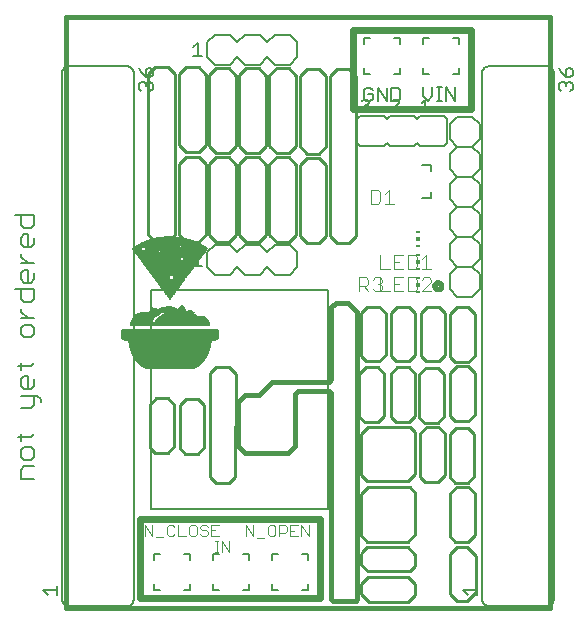
<source format=gto>
G75*
%MOIN*%
%OFA0B0*%
%FSLAX24Y24*%
%IPPOS*%
%LPD*%
%AMOC8*
5,1,8,0,0,1.08239X$1,22.5*
%
%ADD10C,0.0160*%
%ADD11C,0.0240*%
%ADD12C,0.0060*%
%ADD13C,0.0100*%
%ADD14C,0.0050*%
%ADD15R,0.0118X0.0059*%
%ADD16R,0.0118X0.0118*%
%ADD17C,0.0080*%
%ADD18C,0.0040*%
%ADD19R,0.1455X0.0013*%
%ADD20R,0.1573X0.0013*%
%ADD21R,0.1665X0.0013*%
%ADD22R,0.1731X0.0013*%
%ADD23R,0.1796X0.0013*%
%ADD24R,0.1849X0.0013*%
%ADD25R,0.1888X0.0013*%
%ADD26R,0.1927X0.0013*%
%ADD27R,0.1967X0.0013*%
%ADD28R,0.2006X0.0013*%
%ADD29R,0.2045X0.0013*%
%ADD30R,0.2071X0.0013*%
%ADD31R,0.2098X0.0013*%
%ADD32R,0.2137X0.0013*%
%ADD33R,0.2150X0.0013*%
%ADD34R,0.2176X0.0013*%
%ADD35R,0.2203X0.0013*%
%ADD36R,0.2229X0.0013*%
%ADD37R,0.2242X0.0013*%
%ADD38R,0.2268X0.0013*%
%ADD39R,0.2281X0.0013*%
%ADD40R,0.2307X0.0013*%
%ADD41R,0.2321X0.0013*%
%ADD42R,0.2334X0.0013*%
%ADD43R,0.2360X0.0013*%
%ADD44R,0.2373X0.0013*%
%ADD45R,0.2386X0.0013*%
%ADD46R,0.2399X0.0013*%
%ADD47R,0.2412X0.0013*%
%ADD48R,0.2439X0.0013*%
%ADD49R,0.2452X0.0013*%
%ADD50R,0.2465X0.0013*%
%ADD51R,0.2478X0.0013*%
%ADD52R,0.2491X0.0013*%
%ADD53R,0.2504X0.0013*%
%ADD54R,0.2517X0.0013*%
%ADD55R,0.2530X0.0013*%
%ADD56R,0.2543X0.0013*%
%ADD57R,0.2556X0.0013*%
%ADD58R,0.2570X0.0013*%
%ADD59R,0.2583X0.0013*%
%ADD60R,0.2596X0.0013*%
%ADD61R,0.2609X0.0013*%
%ADD62R,0.2622X0.0013*%
%ADD63R,0.2635X0.0013*%
%ADD64R,0.2648X0.0013*%
%ADD65R,0.2661X0.0013*%
%ADD66R,0.2674X0.0013*%
%ADD67R,0.2688X0.0013*%
%ADD68R,0.2701X0.0013*%
%ADD69R,0.2714X0.0013*%
%ADD70R,0.2727X0.0013*%
%ADD71R,0.2740X0.0013*%
%ADD72R,0.2753X0.0013*%
%ADD73R,0.2766X0.0013*%
%ADD74R,0.2779X0.0013*%
%ADD75R,0.2792X0.0013*%
%ADD76R,0.2806X0.0013*%
%ADD77R,0.3081X0.0013*%
%ADD78R,0.3146X0.0013*%
%ADD79R,0.3186X0.0013*%
%ADD80R,0.3225X0.0013*%
%ADD81R,0.3251X0.0013*%
%ADD82R,0.3264X0.0013*%
%ADD83R,0.3278X0.0013*%
%ADD84R,0.3238X0.0013*%
%ADD85R,0.3199X0.0013*%
%ADD86R,0.3160X0.0013*%
%ADD87R,0.3107X0.0013*%
%ADD88R,0.0774X0.0013*%
%ADD89R,0.0760X0.0013*%
%ADD90R,0.1822X0.0013*%
%ADD91R,0.0747X0.0013*%
%ADD92R,0.0734X0.0013*%
%ADD93R,0.1783X0.0013*%
%ADD94R,0.1770X0.0013*%
%ADD95R,0.1757X0.0013*%
%ADD96R,0.1704X0.0013*%
%ADD97R,0.1678X0.0013*%
%ADD98R,0.1639X0.0013*%
%ADD99R,0.1613X0.0013*%
%ADD100R,0.1586X0.0013*%
%ADD101R,0.1560X0.0013*%
%ADD102R,0.1508X0.0013*%
%ADD103R,0.1232X0.0013*%
%ADD104R,0.0184X0.0013*%
%ADD105R,0.1193X0.0013*%
%ADD106R,0.1180X0.0013*%
%ADD107R,0.1141X0.0013*%
%ADD108R,0.1101X0.0013*%
%ADD109R,0.1075X0.0013*%
%ADD110R,0.1036X0.0013*%
%ADD111R,0.1023X0.0013*%
%ADD112R,0.1009X0.0013*%
%ADD113R,0.0249X0.0013*%
%ADD114R,0.0446X0.0013*%
%ADD115R,0.1495X0.0013*%
%ADD116R,0.1481X0.0013*%
%ADD117R,0.1468X0.0013*%
%ADD118R,0.1442X0.0013*%
%ADD119R,0.1206X0.0013*%
%ADD120R,0.0197X0.0013*%
%ADD121R,0.0118X0.0013*%
%ADD122R,0.0052X0.0013*%
%ADD123R,0.1154X0.0013*%
%ADD124R,0.0210X0.0013*%
%ADD125R,0.0616X0.0013*%
%ADD126R,0.0144X0.0013*%
%ADD127R,0.0564X0.0013*%
%ADD128R,0.0026X0.0013*%
%ADD129R,0.0498X0.0013*%
%ADD130R,0.0170X0.0013*%
%ADD131R,0.0420X0.0013*%
%ADD132R,0.0341X0.0013*%
%ADD133R,0.0105X0.0013*%
%ADD134R,0.0066X0.0013*%
%ADD135R,0.0039X0.0013*%
%ADD136R,0.0013X0.0013*%
%ADD137R,0.0092X0.0013*%
%ADD138R,0.0223X0.0013*%
%ADD139R,0.0275X0.0013*%
%ADD140R,0.0302X0.0013*%
%ADD141R,0.0328X0.0013*%
%ADD142R,0.0354X0.0013*%
%ADD143R,0.0367X0.0013*%
%ADD144R,0.0380X0.0013*%
%ADD145R,0.0406X0.0013*%
%ADD146R,0.0433X0.0013*%
%ADD147R,0.0459X0.0013*%
%ADD148R,0.0485X0.0013*%
%ADD149R,0.0511X0.0013*%
%ADD150R,0.0538X0.0013*%
%ADD151R,0.0590X0.0013*%
%ADD152R,0.0642X0.0013*%
%ADD153R,0.0669X0.0013*%
%ADD154R,0.0695X0.0013*%
%ADD155R,0.0721X0.0013*%
%ADD156R,0.0800X0.0013*%
%ADD157R,0.0813X0.0013*%
%ADD158R,0.0826X0.0013*%
%ADD159R,0.0852X0.0013*%
%ADD160R,0.0878X0.0013*%
%ADD161R,0.0891X0.0013*%
%ADD162R,0.0905X0.0013*%
%ADD163R,0.0931X0.0013*%
%ADD164R,0.0957X0.0013*%
%ADD165R,0.0970X0.0013*%
%ADD166R,0.0983X0.0013*%
%ADD167R,0.0551X0.0013*%
%ADD168R,0.0524X0.0013*%
%ADD169R,0.0472X0.0013*%
%ADD170R,0.0629X0.0013*%
%ADD171R,0.1219X0.0013*%
%ADD172R,0.1245X0.0013*%
%ADD173R,0.1259X0.0013*%
%ADD174R,0.1272X0.0013*%
%ADD175R,0.1298X0.0013*%
%ADD176R,0.1324X0.0013*%
%ADD177R,0.1337X0.0013*%
%ADD178R,0.1350X0.0013*%
%ADD179R,0.1377X0.0013*%
%ADD180R,0.1403X0.0013*%
%ADD181R,0.1416X0.0013*%
%ADD182R,0.1429X0.0013*%
%ADD183R,0.1534X0.0013*%
%ADD184R,0.1547X0.0013*%
%ADD185R,0.1626X0.0013*%
%ADD186R,0.1652X0.0013*%
%ADD187R,0.1691X0.0013*%
%ADD188R,0.1744X0.0013*%
%ADD189R,0.1809X0.0013*%
%ADD190R,0.1862X0.0013*%
%ADD191R,0.1901X0.0013*%
%ADD192R,0.1940X0.0013*%
%ADD193R,0.1363X0.0013*%
%ADD194R,0.0577X0.0013*%
%ADD195R,0.0603X0.0013*%
%ADD196R,0.2111X0.0013*%
%ADD197R,0.2189X0.0013*%
%ADD198R,0.2216X0.0013*%
%ADD199R,0.2255X0.0013*%
%ADD200R,0.2294X0.0013*%
%ADD201R,0.1521X0.0013*%
%ADD202R,0.0839X0.0013*%
%ADD203R,0.2425X0.0013*%
%ADD204R,0.0315X0.0013*%
%ADD205R,0.2085X0.0013*%
%ADD206R,0.0787X0.0013*%
%ADD207R,0.2163X0.0013*%
%ADD208R,0.2124X0.0013*%
%ADD209R,0.2019X0.0013*%
%ADD210R,0.1953X0.0013*%
%ADD211R,0.1717X0.0013*%
%ADD212R,0.1599X0.0013*%
%ADD213R,0.1114X0.0013*%
D10*
X002057Y000180D02*
X018199Y000180D01*
X018199Y019865D01*
X002057Y019865D01*
X002057Y000180D01*
X004222Y000180D02*
X016033Y000180D01*
X011762Y000456D02*
X011722Y000416D01*
X010974Y000416D01*
X010915Y000475D01*
X010915Y007326D01*
X010836Y007404D01*
X009813Y007404D01*
X009714Y007306D01*
X009714Y005574D01*
X009478Y005337D01*
X008022Y005337D01*
X007805Y005554D01*
X007805Y007050D01*
X008041Y007286D01*
X008514Y007286D01*
X008947Y007719D01*
X010817Y007719D01*
X010915Y007818D01*
X010915Y010200D01*
X011053Y010337D01*
X011466Y010337D01*
X011762Y010042D01*
X011762Y000475D01*
X014344Y010908D02*
X014346Y010929D01*
X014352Y010950D01*
X014361Y010969D01*
X014374Y010985D01*
X014390Y011000D01*
X014408Y011011D01*
X014428Y011019D01*
X014448Y011023D01*
X014470Y011023D01*
X014490Y011019D01*
X014510Y011011D01*
X014528Y011000D01*
X014544Y010985D01*
X014557Y010969D01*
X014566Y010950D01*
X014572Y010929D01*
X014574Y010908D01*
X014572Y010887D01*
X014566Y010866D01*
X014557Y010847D01*
X014544Y010831D01*
X014528Y010816D01*
X014510Y010805D01*
X014490Y010797D01*
X014470Y010793D01*
X014448Y010793D01*
X014428Y010797D01*
X014408Y010805D01*
X014390Y010816D01*
X014374Y010831D01*
X014361Y010847D01*
X014352Y010866D01*
X014346Y010887D01*
X014344Y010908D01*
X016033Y019865D02*
X004222Y019865D01*
D11*
X011624Y019432D02*
X011624Y016794D01*
X015561Y016794D01*
X015561Y019432D01*
X011624Y019432D01*
X010522Y003133D02*
X004537Y003133D01*
X004537Y000495D01*
X010522Y000495D01*
X010522Y003133D01*
D12*
X010137Y001961D02*
X009937Y001961D01*
X010137Y001961D02*
X010137Y001761D01*
X010137Y000961D02*
X010137Y000761D01*
X009937Y000761D01*
X009137Y000761D02*
X008937Y000761D01*
X008937Y000961D01*
X008169Y000961D02*
X008169Y000761D01*
X007969Y000761D01*
X007169Y000761D02*
X006969Y000761D01*
X006969Y000961D01*
X006200Y000961D02*
X006200Y000761D01*
X006000Y000761D01*
X005200Y000761D02*
X005000Y000761D01*
X005000Y000961D01*
X004328Y000485D02*
X004328Y017985D01*
X004326Y018015D01*
X004321Y018045D01*
X004312Y018074D01*
X004299Y018101D01*
X004284Y018127D01*
X004265Y018151D01*
X004244Y018172D01*
X004220Y018191D01*
X004194Y018206D01*
X004167Y018219D01*
X004138Y018228D01*
X004108Y018233D01*
X004078Y018235D01*
X002178Y018235D01*
X002148Y018233D01*
X002118Y018228D01*
X002089Y018219D01*
X002062Y018206D01*
X002036Y018191D01*
X002012Y018172D01*
X001991Y018151D01*
X001972Y018127D01*
X001957Y018101D01*
X001944Y018074D01*
X001935Y018045D01*
X001930Y018015D01*
X001928Y017985D01*
X001928Y000485D01*
X001930Y000455D01*
X001935Y000425D01*
X001944Y000396D01*
X001957Y000369D01*
X001972Y000343D01*
X001991Y000319D01*
X002012Y000298D01*
X002036Y000279D01*
X002062Y000264D01*
X002089Y000251D01*
X002118Y000242D01*
X002148Y000237D01*
X002178Y000235D01*
X004078Y000235D01*
X004108Y000237D01*
X004138Y000242D01*
X004167Y000251D01*
X004194Y000264D01*
X004220Y000279D01*
X004244Y000298D01*
X004265Y000319D01*
X004284Y000343D01*
X004299Y000369D01*
X004312Y000396D01*
X004321Y000425D01*
X004326Y000455D01*
X004328Y000485D01*
X005000Y001761D02*
X005000Y001961D01*
X005200Y001961D01*
X006000Y001961D02*
X006200Y001961D01*
X006200Y001761D01*
X006969Y001761D02*
X006969Y001961D01*
X007169Y001961D01*
X007969Y001961D02*
X008169Y001961D01*
X008169Y001761D01*
X008937Y001761D02*
X008937Y001961D01*
X009137Y001961D01*
X015928Y000485D02*
X015928Y017985D01*
X015930Y018015D01*
X015935Y018045D01*
X015944Y018074D01*
X015957Y018101D01*
X015972Y018127D01*
X015991Y018151D01*
X016012Y018172D01*
X016036Y018191D01*
X016062Y018206D01*
X016089Y018219D01*
X016118Y018228D01*
X016148Y018233D01*
X016178Y018235D01*
X018078Y018235D01*
X018108Y018233D01*
X018138Y018228D01*
X018167Y018219D01*
X018194Y018206D01*
X018220Y018191D01*
X018244Y018172D01*
X018265Y018151D01*
X018284Y018127D01*
X018299Y018101D01*
X018312Y018074D01*
X018321Y018045D01*
X018326Y018015D01*
X018328Y017985D01*
X018328Y000485D01*
X018326Y000455D01*
X018321Y000425D01*
X018312Y000396D01*
X018299Y000369D01*
X018284Y000343D01*
X018265Y000319D01*
X018244Y000298D01*
X018220Y000279D01*
X018194Y000264D01*
X018167Y000251D01*
X018138Y000242D01*
X018108Y000237D01*
X018078Y000235D01*
X016178Y000235D01*
X016148Y000237D01*
X016118Y000242D01*
X016089Y000251D01*
X016062Y000264D01*
X016036Y000279D01*
X016012Y000298D01*
X015991Y000319D01*
X015972Y000343D01*
X015957Y000369D01*
X015944Y000396D01*
X015935Y000425D01*
X015930Y000455D01*
X015928Y000485D01*
X015614Y010546D02*
X015114Y010546D01*
X014864Y010796D01*
X014864Y011296D01*
X015114Y011546D01*
X014864Y011796D01*
X014864Y012296D01*
X015114Y012546D01*
X015614Y012546D01*
X015864Y012296D01*
X015864Y011796D01*
X015614Y011546D01*
X015864Y011296D01*
X015864Y010796D01*
X015614Y010546D01*
X015614Y011546D02*
X015114Y011546D01*
X015114Y012546D02*
X014864Y012796D01*
X014864Y013296D01*
X015114Y013546D01*
X014864Y013796D01*
X014864Y014296D01*
X015114Y014546D01*
X014864Y014796D01*
X014864Y015296D01*
X015114Y015546D01*
X014864Y015796D01*
X014864Y016296D01*
X015114Y016546D01*
X015614Y016546D01*
X015864Y016296D01*
X015864Y015796D01*
X015614Y015546D01*
X015864Y015296D01*
X015864Y014796D01*
X015614Y014546D01*
X015864Y014296D01*
X015864Y013796D01*
X015614Y013546D01*
X015864Y013296D01*
X015864Y012796D01*
X015614Y012546D01*
X015614Y013546D02*
X015114Y013546D01*
X014246Y013833D02*
X014246Y014053D01*
X014246Y013833D02*
X013926Y013833D01*
X014246Y014733D02*
X014246Y014953D01*
X013926Y014953D01*
X013858Y015586D02*
X014658Y015586D01*
X014758Y015686D01*
X014758Y016486D01*
X014658Y016586D01*
X013858Y016586D01*
X013758Y016486D01*
X013658Y016586D01*
X012858Y016586D01*
X012758Y016486D01*
X012658Y016586D01*
X011858Y016586D01*
X011758Y016486D01*
X011758Y015686D01*
X011858Y015586D01*
X012658Y015586D01*
X012758Y015686D01*
X012858Y015586D01*
X013658Y015586D01*
X013758Y015686D01*
X013858Y015586D01*
X015114Y015546D02*
X015614Y015546D01*
X015614Y014546D02*
X015114Y014546D01*
X015177Y017966D02*
X014977Y017966D01*
X015177Y017966D02*
X015177Y018166D01*
X015177Y018966D02*
X015177Y019166D01*
X014977Y019166D01*
X014177Y019166D02*
X013977Y019166D01*
X013977Y018966D01*
X013208Y018966D02*
X013208Y019166D01*
X013008Y019166D01*
X012208Y019166D02*
X012008Y019166D01*
X012008Y018966D01*
X012008Y018166D02*
X012008Y017966D01*
X012208Y017966D01*
X013008Y017966D02*
X013208Y017966D01*
X013208Y018166D01*
X013977Y018166D02*
X013977Y017966D01*
X014177Y017966D01*
X009777Y018532D02*
X009777Y019032D01*
X009527Y019282D01*
X009027Y019282D01*
X008777Y019032D01*
X008527Y019282D01*
X008027Y019282D01*
X007777Y019032D01*
X007527Y019282D01*
X007027Y019282D01*
X006777Y019032D01*
X006777Y018532D01*
X007027Y018282D01*
X007527Y018282D01*
X007777Y018532D01*
X008027Y018282D01*
X008527Y018282D01*
X008777Y018532D01*
X009027Y018282D01*
X009527Y018282D01*
X009777Y018532D01*
X009527Y012282D02*
X009027Y012282D01*
X008777Y012032D01*
X008527Y012282D01*
X008027Y012282D01*
X007777Y012032D01*
X007527Y012282D01*
X007027Y012282D01*
X006777Y012032D01*
X006777Y011532D01*
X007027Y011282D01*
X007527Y011282D01*
X007777Y011532D01*
X008027Y011282D01*
X008527Y011282D01*
X008777Y011532D01*
X009027Y011282D01*
X009527Y011282D01*
X009777Y011532D01*
X009777Y012032D01*
X009527Y012282D01*
X001217Y007146D02*
X001217Y007039D01*
X001217Y007146D02*
X001110Y007252D01*
X000576Y007252D01*
X000683Y007470D02*
X000576Y007577D01*
X000576Y007790D01*
X000683Y007897D01*
X000790Y007897D01*
X000790Y007470D01*
X000897Y007470D02*
X000683Y007470D01*
X000897Y007470D02*
X001003Y007577D01*
X001003Y007790D01*
X000897Y008221D02*
X001003Y008328D01*
X000897Y008221D02*
X000470Y008221D01*
X000576Y008114D02*
X000576Y008328D01*
X000683Y009189D02*
X000576Y009295D01*
X000576Y009509D01*
X000683Y009616D01*
X000897Y009616D01*
X001003Y009509D01*
X001003Y009295D01*
X000897Y009189D01*
X000683Y009189D01*
X000576Y009833D02*
X001003Y009833D01*
X000790Y009833D02*
X000576Y010047D01*
X000576Y010153D01*
X000683Y010370D02*
X000576Y010477D01*
X000576Y010797D01*
X000363Y010797D02*
X001003Y010797D01*
X001003Y010477D01*
X000897Y010370D01*
X000683Y010370D01*
X000683Y011015D02*
X000576Y011122D01*
X000576Y011335D01*
X000683Y011442D01*
X000790Y011442D01*
X000790Y011015D01*
X000897Y011015D02*
X000683Y011015D01*
X000897Y011015D02*
X001003Y011122D01*
X001003Y011335D01*
X001003Y011659D02*
X000576Y011659D01*
X000790Y011659D02*
X000576Y011873D01*
X000576Y011980D01*
X000683Y012197D02*
X000576Y012303D01*
X000576Y012517D01*
X000683Y012624D01*
X000790Y012624D01*
X000790Y012197D01*
X000897Y012197D02*
X000683Y012197D01*
X000897Y012197D02*
X001003Y012303D01*
X001003Y012517D01*
X000897Y012841D02*
X000683Y012841D01*
X000576Y012948D01*
X000576Y013268D01*
X000363Y013268D02*
X001003Y013268D01*
X001003Y012948D01*
X000897Y012841D01*
X001003Y007252D02*
X001003Y006932D01*
X000897Y006825D01*
X000576Y006825D01*
X000576Y005965D02*
X000576Y005751D01*
X000470Y005858D02*
X000897Y005858D01*
X001003Y005965D01*
X000897Y005534D02*
X000683Y005534D01*
X000576Y005427D01*
X000576Y005213D01*
X000683Y005107D01*
X000897Y005107D01*
X001003Y005213D01*
X001003Y005427D01*
X000897Y005534D01*
X001003Y004889D02*
X000683Y004889D01*
X000576Y004782D01*
X000576Y004462D01*
X001003Y004462D01*
D13*
X004852Y005515D02*
X005029Y005337D01*
X005462Y005337D01*
X005679Y005554D01*
X005679Y006952D01*
X005462Y007168D01*
X005069Y007168D01*
X004852Y006952D01*
X004852Y005534D01*
X005856Y005515D02*
X005856Y006932D01*
X006073Y007149D01*
X006466Y007149D01*
X006683Y006932D01*
X006683Y005534D01*
X006466Y005318D01*
X006033Y005318D01*
X005856Y005495D01*
X006860Y004550D02*
X006860Y008015D01*
X007057Y008211D01*
X007490Y008211D01*
X007726Y007975D01*
X007707Y004550D01*
X007490Y004334D01*
X007077Y004334D01*
X006860Y004550D01*
X011899Y004609D02*
X012116Y004393D01*
X013474Y004393D01*
X013710Y004629D01*
X013710Y006026D01*
X013533Y006204D01*
X012136Y006204D01*
X011899Y005967D01*
X011899Y004629D01*
X012136Y004196D02*
X013533Y004196D01*
X013710Y004019D01*
X013710Y002621D01*
X013474Y002385D01*
X012116Y002385D01*
X011899Y002601D01*
X011899Y002621D02*
X011899Y003960D01*
X012136Y004196D01*
X013868Y004550D02*
X014045Y004373D01*
X014478Y004373D01*
X014695Y004589D01*
X014695Y005987D01*
X014478Y006204D01*
X014085Y006204D01*
X013868Y005987D01*
X013868Y004570D01*
X014852Y004550D02*
X014852Y005967D01*
X015069Y006184D01*
X015462Y006184D01*
X015679Y005967D01*
X015679Y004570D01*
X015462Y004353D01*
X015029Y004353D01*
X014852Y004530D01*
X015088Y004215D02*
X015482Y004215D01*
X015699Y003999D01*
X015699Y002601D01*
X015482Y002385D01*
X015049Y002385D01*
X014872Y002562D01*
X014872Y002582D02*
X014872Y003999D01*
X015088Y004215D01*
X015088Y002208D02*
X014852Y001971D01*
X014852Y000633D01*
X015088Y000397D01*
X015423Y000397D01*
X015718Y000692D01*
X015718Y001912D01*
X015423Y002208D01*
X015088Y002208D01*
X013710Y001952D02*
X013710Y001578D01*
X013533Y001400D01*
X012136Y001400D01*
X011899Y001617D01*
X011899Y001971D01*
X011919Y002030D02*
X012096Y002208D01*
X013455Y002208D01*
X013710Y001952D01*
X013474Y001204D02*
X013710Y000967D01*
X013710Y000613D01*
X013474Y000377D01*
X012155Y000377D01*
X011899Y000633D01*
X011899Y000948D01*
X011899Y000967D02*
X012136Y001204D01*
X013474Y001204D01*
X013494Y006361D02*
X013061Y006361D01*
X012884Y006538D01*
X012884Y006558D02*
X012884Y007975D01*
X013100Y008192D01*
X013494Y008192D01*
X013710Y007975D01*
X013710Y006578D01*
X013494Y006361D01*
X013848Y006519D02*
X014025Y006341D01*
X014459Y006341D01*
X014675Y006558D01*
X014675Y007956D01*
X014459Y008172D01*
X014065Y008172D01*
X013848Y007956D01*
X013848Y006538D01*
X014872Y006578D02*
X015049Y006400D01*
X015482Y006400D01*
X015699Y006617D01*
X015699Y008015D01*
X015482Y008231D01*
X015088Y008231D01*
X014872Y008015D01*
X014872Y006597D01*
X015049Y008369D02*
X014872Y008546D01*
X014872Y008566D02*
X014872Y009983D01*
X015088Y010200D01*
X015482Y010200D01*
X015699Y009983D01*
X015699Y008586D01*
X015482Y008369D01*
X015049Y008369D01*
X014714Y008605D02*
X014498Y008389D01*
X014065Y008389D01*
X013888Y008566D01*
X013888Y008586D02*
X013888Y010003D01*
X014104Y010219D01*
X014498Y010219D01*
X014714Y010003D01*
X014714Y008605D01*
X013710Y008605D02*
X013494Y008389D01*
X013061Y008389D01*
X012884Y008566D01*
X012884Y008586D02*
X012884Y010003D01*
X013100Y010219D01*
X013494Y010219D01*
X013710Y010003D01*
X013710Y008605D01*
X012726Y008605D02*
X012510Y008389D01*
X012077Y008389D01*
X011899Y008566D01*
X011899Y008586D02*
X011899Y010003D01*
X012116Y010219D01*
X012510Y010219D01*
X012726Y010003D01*
X012726Y008605D01*
X012451Y008192D02*
X012667Y007975D01*
X012667Y006578D01*
X012451Y006361D01*
X012018Y006361D01*
X011840Y006538D01*
X011840Y006558D02*
X011840Y007975D01*
X012057Y008192D01*
X012451Y008192D01*
X011506Y012326D02*
X011092Y012326D01*
X010856Y012562D01*
X010856Y017897D01*
X011092Y018133D01*
X011506Y018133D01*
X011742Y017877D01*
X011742Y012562D01*
X011506Y012326D01*
X011486Y012326D02*
X011270Y012326D01*
X010738Y012582D02*
X010502Y012345D01*
X010088Y012345D01*
X009852Y012582D01*
X009852Y014944D01*
X010088Y015180D01*
X010502Y015180D01*
X010738Y014924D01*
X010738Y012582D01*
X010482Y012345D02*
X010266Y012345D01*
X009734Y012601D02*
X009498Y012365D01*
X009085Y012365D01*
X008848Y012601D01*
X008848Y014963D01*
X009085Y015200D01*
X009498Y015200D01*
X009734Y014944D01*
X009734Y012601D01*
X009478Y012365D02*
X009262Y012365D01*
X008730Y012601D02*
X008494Y012365D01*
X008081Y012365D01*
X007844Y012601D01*
X007844Y014963D01*
X008081Y015200D01*
X008494Y015200D01*
X008730Y014944D01*
X008730Y012601D01*
X008474Y012365D02*
X008258Y012365D01*
X007726Y012601D02*
X007490Y012365D01*
X007077Y012365D01*
X006840Y012601D01*
X006840Y014963D01*
X007077Y015200D01*
X007490Y015200D01*
X007726Y014944D01*
X007726Y012601D01*
X007470Y012365D02*
X007254Y012365D01*
X006722Y012621D02*
X006486Y012385D01*
X006073Y012385D01*
X005836Y012621D01*
X005836Y014983D01*
X006073Y015219D01*
X006486Y015219D01*
X006722Y014963D01*
X006722Y012621D01*
X006466Y012385D02*
X006250Y012385D01*
X005699Y012621D02*
X005462Y012385D01*
X005049Y012385D01*
X004813Y012621D01*
X004813Y017975D01*
X005049Y018211D01*
X005462Y018211D01*
X005699Y017956D01*
X005699Y012621D01*
X005443Y012385D02*
X005226Y012385D01*
X006388Y015219D02*
X006466Y015219D01*
X006466Y015357D02*
X006250Y015357D01*
X006073Y015357D02*
X006486Y015357D01*
X006722Y015593D01*
X006722Y017936D01*
X006486Y018192D01*
X006073Y018192D01*
X005836Y017956D01*
X005836Y015593D01*
X006073Y015357D01*
X006840Y015574D02*
X007077Y015337D01*
X007490Y015337D01*
X007726Y015574D01*
X007726Y017916D01*
X007490Y018172D01*
X007077Y018172D01*
X006840Y017936D01*
X006840Y015574D01*
X007254Y015337D02*
X007470Y015337D01*
X007470Y015200D02*
X007392Y015200D01*
X007844Y015574D02*
X008081Y015337D01*
X008494Y015337D01*
X008730Y015574D01*
X008730Y017916D01*
X008494Y018172D01*
X008081Y018172D01*
X007844Y017936D01*
X007844Y015574D01*
X008258Y015337D02*
X008474Y015337D01*
X008474Y015200D02*
X008396Y015200D01*
X008848Y015574D02*
X009085Y015337D01*
X009498Y015337D01*
X009734Y015574D01*
X009734Y017916D01*
X009498Y018172D01*
X009085Y018172D01*
X008848Y017936D01*
X008848Y015574D01*
X009262Y015337D02*
X009478Y015337D01*
X009478Y015200D02*
X009399Y015200D01*
X009852Y015554D02*
X010088Y015318D01*
X010502Y015318D01*
X010738Y015554D01*
X010738Y017897D01*
X010502Y018152D01*
X010088Y018152D01*
X009852Y017916D01*
X009852Y015554D01*
X010266Y015318D02*
X010482Y015318D01*
X010482Y015180D02*
X010403Y015180D01*
X010403Y018152D02*
X010482Y018152D01*
X011407Y018133D02*
X011486Y018133D01*
X009478Y018172D02*
X009399Y018172D01*
X008474Y018172D02*
X008396Y018172D01*
X007470Y018172D02*
X007392Y018172D01*
X006466Y018192D02*
X006388Y018192D01*
X005443Y018211D02*
X005364Y018211D01*
D14*
X001753Y000760D02*
X001302Y000760D01*
X001453Y000610D01*
X001753Y000610D02*
X001753Y000910D01*
X006302Y011557D02*
X006603Y011557D01*
X006453Y011557D02*
X006453Y012008D01*
X006302Y011858D01*
X004878Y017410D02*
X004953Y017485D01*
X004953Y017635D01*
X004878Y017710D01*
X004803Y017710D01*
X004728Y017635D01*
X004728Y017560D01*
X004728Y017635D02*
X004653Y017710D01*
X004578Y017710D01*
X004502Y017635D01*
X004502Y017485D01*
X004578Y017410D01*
X004728Y017871D02*
X004728Y018096D01*
X004803Y018171D01*
X004878Y018171D01*
X004953Y018096D01*
X004953Y017946D01*
X004878Y017871D01*
X004728Y017871D01*
X004578Y018021D01*
X004502Y018171D01*
X006302Y018557D02*
X006603Y018557D01*
X006453Y018557D02*
X006453Y019008D01*
X006302Y018858D01*
X011924Y017054D02*
X011980Y017111D01*
X012094Y017111D01*
X012150Y017054D01*
X012150Y016997D01*
X012094Y016941D01*
X012150Y016884D01*
X012150Y016827D01*
X012094Y016771D01*
X011980Y016771D01*
X011924Y016827D01*
X012037Y016941D02*
X012094Y016941D01*
X012065Y017065D02*
X012215Y017065D01*
X012290Y017140D01*
X012290Y017290D01*
X012140Y017290D01*
X011990Y017140D02*
X012065Y017065D01*
X011990Y017140D02*
X011990Y017441D01*
X012065Y017516D01*
X012215Y017516D01*
X012290Y017441D01*
X012450Y017516D02*
X012750Y017065D01*
X012750Y017516D01*
X012911Y017516D02*
X013136Y017516D01*
X013211Y017441D01*
X013211Y017140D01*
X013136Y017065D01*
X012911Y017065D01*
X012911Y017516D01*
X012980Y017111D02*
X012924Y017054D01*
X012980Y017111D02*
X013094Y017111D01*
X013150Y017054D01*
X013150Y016997D01*
X012924Y016771D01*
X013150Y016771D01*
X012450Y017065D02*
X012450Y017516D01*
X013974Y017535D02*
X013974Y017235D01*
X014124Y017085D01*
X014274Y017235D01*
X014274Y017535D01*
X014434Y017535D02*
X014584Y017535D01*
X014509Y017535D02*
X014509Y017085D01*
X014434Y017085D02*
X014584Y017085D01*
X014741Y017085D02*
X014741Y017535D01*
X015042Y017085D01*
X015042Y017535D01*
X014150Y016771D02*
X013924Y016771D01*
X014037Y016771D02*
X014037Y017111D01*
X013924Y016997D01*
X018502Y017485D02*
X018502Y017635D01*
X018578Y017710D01*
X018653Y017710D01*
X018728Y017635D01*
X018803Y017710D01*
X018878Y017710D01*
X018953Y017635D01*
X018953Y017485D01*
X018878Y017410D01*
X018728Y017560D02*
X018728Y017635D01*
X018728Y017871D02*
X018728Y018096D01*
X018803Y018171D01*
X018878Y018171D01*
X018953Y018096D01*
X018953Y017946D01*
X018878Y017871D01*
X018728Y017871D01*
X018578Y018021D01*
X018502Y018171D01*
X018502Y017485D02*
X018578Y017410D01*
X015753Y000910D02*
X015753Y000610D01*
X015753Y000760D02*
X015302Y000760D01*
X015453Y000610D01*
D15*
X013809Y010711D03*
X013809Y011184D03*
X013809Y011479D03*
X013809Y011952D03*
X013809Y012227D03*
X013809Y012700D03*
D16*
X013809Y012463D03*
X013809Y011715D03*
X013809Y010948D03*
D17*
X010789Y010767D02*
X010789Y003483D01*
X004884Y003483D01*
X004884Y010767D01*
X010789Y010767D01*
D18*
X011839Y010735D02*
X011839Y011196D01*
X012069Y011196D01*
X012146Y011119D01*
X012146Y010966D01*
X012069Y010889D01*
X011839Y010889D01*
X011993Y010889D02*
X012146Y010735D01*
X012300Y010812D02*
X012376Y010735D01*
X012530Y010735D01*
X012607Y010812D01*
X012607Y010889D01*
X012530Y010966D01*
X012453Y010966D01*
X012530Y010966D02*
X012607Y011042D01*
X012607Y011119D01*
X012530Y011196D01*
X012376Y011196D01*
X012300Y011119D01*
X012546Y011196D02*
X012546Y010735D01*
X012853Y010735D01*
X013007Y010735D02*
X013314Y010735D01*
X013467Y010735D02*
X013697Y010735D01*
X013774Y010812D01*
X013774Y011119D01*
X013697Y011196D01*
X013467Y011196D01*
X013467Y010735D01*
X013160Y010966D02*
X013007Y010966D01*
X013007Y011196D02*
X013007Y010735D01*
X013007Y011196D02*
X013314Y011196D01*
X013314Y011483D02*
X013007Y011483D01*
X013007Y011944D01*
X013314Y011944D01*
X013467Y011944D02*
X013697Y011944D01*
X013774Y011867D01*
X013774Y011560D01*
X013697Y011483D01*
X013467Y011483D01*
X013467Y011944D01*
X013160Y011714D02*
X013007Y011714D01*
X012853Y011483D02*
X012546Y011483D01*
X012546Y011944D01*
X013928Y011790D02*
X014081Y011944D01*
X014081Y011483D01*
X013928Y011483D02*
X014235Y011483D01*
X014158Y011196D02*
X014004Y011196D01*
X013928Y011119D01*
X014158Y011196D02*
X014235Y011119D01*
X014235Y011042D01*
X013928Y010735D01*
X014235Y010735D01*
X013000Y013647D02*
X012693Y013647D01*
X012846Y013647D02*
X012846Y014107D01*
X012693Y013954D01*
X012539Y014031D02*
X012463Y014107D01*
X012232Y014107D01*
X012232Y013647D01*
X012463Y013647D01*
X012539Y013724D01*
X012539Y014031D01*
X010153Y002924D02*
X010153Y002564D01*
X009913Y002924D01*
X009913Y002564D01*
X009785Y002564D02*
X009545Y002564D01*
X009545Y002924D01*
X009785Y002924D01*
X009665Y002744D02*
X009545Y002744D01*
X009417Y002744D02*
X009417Y002864D01*
X009357Y002924D01*
X009176Y002924D01*
X009176Y002564D01*
X009176Y002684D02*
X009357Y002684D01*
X009417Y002744D01*
X009048Y002624D02*
X009048Y002864D01*
X008988Y002924D01*
X008868Y002924D01*
X008808Y002864D01*
X008808Y002624D01*
X008868Y002564D01*
X008988Y002564D01*
X009048Y002624D01*
X008680Y002504D02*
X008440Y002504D01*
X008312Y002564D02*
X008312Y002924D01*
X008071Y002924D02*
X008071Y002564D01*
X008312Y002564D02*
X008071Y002924D01*
X007514Y002393D02*
X007514Y002033D01*
X007274Y002393D01*
X007274Y002033D01*
X007148Y002033D02*
X007028Y002033D01*
X007088Y002033D02*
X007088Y002393D01*
X007028Y002393D02*
X007148Y002393D01*
X007155Y002584D02*
X006915Y002584D01*
X006915Y002944D01*
X007155Y002944D01*
X007035Y002764D02*
X006915Y002764D01*
X006787Y002704D02*
X006787Y002644D01*
X006727Y002584D01*
X006607Y002584D01*
X006547Y002644D01*
X006419Y002644D02*
X006419Y002884D01*
X006359Y002944D01*
X006239Y002944D01*
X006179Y002884D01*
X006179Y002644D01*
X006239Y002584D01*
X006359Y002584D01*
X006419Y002644D01*
X006547Y002824D02*
X006607Y002764D01*
X006727Y002764D01*
X006787Y002704D01*
X006787Y002884D02*
X006727Y002944D01*
X006607Y002944D01*
X006547Y002884D01*
X006547Y002824D01*
X006050Y002584D02*
X005810Y002584D01*
X005810Y002944D01*
X005682Y002884D02*
X005622Y002944D01*
X005502Y002944D01*
X005442Y002884D01*
X005442Y002644D01*
X005502Y002584D01*
X005622Y002584D01*
X005682Y002644D01*
X005314Y002524D02*
X005074Y002524D01*
X004946Y002584D02*
X004946Y002944D01*
X004705Y002944D02*
X004946Y002584D01*
X004705Y002584D02*
X004705Y002944D01*
D19*
X005526Y008126D03*
X005526Y011404D03*
X005526Y012413D03*
D20*
X005533Y011482D03*
X005520Y008139D03*
D21*
X005526Y008152D03*
X005526Y011548D03*
X005526Y012374D03*
D22*
X005533Y011587D03*
X005926Y009765D03*
X005520Y008166D03*
D23*
X005526Y008179D03*
X005933Y009713D03*
X005526Y012348D03*
D24*
X005526Y012335D03*
X005526Y011666D03*
X005920Y009673D03*
X005526Y008192D03*
D25*
X005520Y008205D03*
X005533Y011692D03*
D26*
X005526Y011718D03*
X005526Y008218D03*
D27*
X005520Y008231D03*
D28*
X005526Y008244D03*
D29*
X005520Y008257D03*
D30*
X005520Y008270D03*
X005717Y012072D03*
X005730Y012085D03*
X005743Y012099D03*
X005743Y012112D03*
X005533Y012282D03*
D31*
X005730Y012164D03*
X005743Y012151D03*
X005756Y012138D03*
X005533Y011836D03*
X005520Y008284D03*
D32*
X005526Y008297D03*
X005526Y011863D03*
D33*
X005533Y011876D03*
X005520Y008310D03*
D34*
X005520Y008323D03*
X005533Y011889D03*
D35*
X005520Y008336D03*
D36*
X005520Y008349D03*
X005533Y011928D03*
D37*
X005526Y008362D03*
D38*
X005526Y008375D03*
X005526Y011954D03*
X005526Y012230D03*
D39*
X005520Y008388D03*
D40*
X005520Y008401D03*
X005533Y011981D03*
D41*
X005526Y008415D03*
D42*
X005520Y008428D03*
X005533Y011994D03*
D43*
X005520Y008441D03*
D44*
X005526Y008454D03*
D45*
X005520Y008467D03*
D46*
X005526Y008480D03*
D47*
X005520Y008493D03*
D48*
X005520Y008506D03*
D49*
X005526Y008519D03*
D50*
X005520Y008533D03*
D51*
X005526Y008546D03*
D52*
X005520Y008559D03*
D53*
X005526Y008572D03*
D54*
X005520Y008585D03*
X005520Y008598D03*
D55*
X005526Y008611D03*
D56*
X005520Y008624D03*
D57*
X005526Y008637D03*
D58*
X005520Y008651D03*
X005520Y008664D03*
D59*
X005526Y008677D03*
D60*
X005520Y008690D03*
D61*
X005526Y008703D03*
X005526Y008716D03*
D62*
X005520Y008729D03*
D63*
X005526Y008742D03*
X005526Y008755D03*
D64*
X005520Y008769D03*
X005520Y008782D03*
X005533Y009660D03*
D65*
X005526Y009647D03*
X005526Y009634D03*
X005526Y008795D03*
D66*
X005520Y008808D03*
X005520Y008821D03*
X005533Y009608D03*
X005533Y009621D03*
D67*
X005526Y009595D03*
X005526Y009581D03*
X005526Y009568D03*
X005526Y009555D03*
X005526Y008834D03*
D68*
X005520Y008847D03*
X005520Y008860D03*
D69*
X005526Y008873D03*
X005526Y008887D03*
D70*
X005520Y008900D03*
X005520Y008913D03*
D71*
X005526Y008926D03*
X005526Y008939D03*
D72*
X005520Y008952D03*
X005520Y008965D03*
X005520Y008978D03*
D73*
X005526Y008991D03*
X005526Y009005D03*
D74*
X005520Y009018D03*
X005520Y009031D03*
D75*
X005526Y009044D03*
X005526Y009057D03*
D76*
X005520Y009070D03*
D77*
X005526Y009083D03*
D78*
X005533Y009096D03*
D79*
X005526Y009109D03*
D80*
X005533Y009123D03*
X005533Y009136D03*
X005533Y009411D03*
D81*
X005533Y009385D03*
X005533Y009149D03*
D82*
X005526Y009162D03*
X005526Y009372D03*
D83*
X005533Y009359D03*
X005533Y009345D03*
X005533Y009332D03*
X005533Y009319D03*
X005533Y009306D03*
X005533Y009293D03*
X005533Y009280D03*
X005533Y009267D03*
X005533Y009254D03*
X005533Y009241D03*
X005533Y009227D03*
X005533Y009214D03*
X005533Y009201D03*
X005533Y009188D03*
X005533Y009175D03*
D84*
X005526Y009398D03*
D85*
X005533Y009424D03*
D86*
X005526Y009437D03*
D87*
X005526Y009450D03*
D88*
X004832Y009962D03*
X004805Y009949D03*
X004792Y009935D03*
X004766Y009922D03*
X004753Y009909D03*
X004740Y009896D03*
X004714Y009883D03*
X004596Y009673D03*
X005526Y010945D03*
D89*
X004864Y009975D03*
X004694Y009870D03*
X004589Y009686D03*
D90*
X005933Y009686D03*
X005933Y009699D03*
X005526Y011653D03*
D91*
X005526Y010932D03*
X004687Y009857D03*
X004674Y009844D03*
X004661Y009831D03*
X004648Y009817D03*
X004648Y009804D03*
X004635Y009791D03*
X004622Y009765D03*
X004609Y009752D03*
X004609Y009739D03*
X004596Y009713D03*
X004596Y009699D03*
D92*
X004602Y009726D03*
X004628Y009778D03*
X005533Y010919D03*
D93*
X005533Y011627D03*
X005926Y009726D03*
D94*
X005933Y009739D03*
X005526Y011614D03*
D95*
X005926Y009752D03*
D96*
X005926Y009778D03*
X005533Y011574D03*
D97*
X005939Y009791D03*
D98*
X005946Y009804D03*
D99*
X005933Y009817D03*
X005526Y011509D03*
D100*
X005526Y011496D03*
X005933Y009831D03*
D101*
X005933Y009844D03*
X005094Y012177D03*
D102*
X005107Y012203D03*
X005946Y012007D03*
X005959Y012020D03*
X005526Y011443D03*
X005933Y009857D03*
D103*
X005808Y009870D03*
D104*
X006556Y009870D03*
D105*
X005815Y009883D03*
D106*
X005821Y009896D03*
X005454Y010066D03*
X005454Y010080D03*
X005454Y010093D03*
D107*
X005461Y010119D03*
X005828Y009909D03*
D108*
X005835Y009922D03*
D109*
X005848Y009935D03*
D110*
X005854Y009949D03*
X005828Y009988D03*
X005526Y012479D03*
D111*
X005848Y009962D03*
D112*
X005841Y009975D03*
X005526Y011102D03*
D113*
X005526Y010591D03*
X004661Y009988D03*
D114*
X005048Y009988D03*
X005874Y011181D03*
X005874Y011194D03*
D115*
X005533Y011430D03*
X005127Y012217D03*
X005585Y010001D03*
D116*
X005579Y010014D03*
X005526Y011417D03*
D117*
X005572Y010027D03*
D118*
X005572Y010040D03*
D119*
X005454Y010053D03*
D120*
X005920Y010145D03*
X006182Y010053D03*
X005526Y010552D03*
D121*
X005526Y010499D03*
X005933Y010184D03*
X006195Y010066D03*
D122*
X006202Y010080D03*
D123*
X005454Y010106D03*
D124*
X005507Y010198D03*
X005913Y010132D03*
X004995Y010132D03*
D125*
X005474Y010132D03*
X005526Y010840D03*
D126*
X005526Y010525D03*
X005526Y010512D03*
X005933Y010171D03*
X004976Y010145D03*
D127*
X005474Y010145D03*
X005526Y010801D03*
X005238Y011194D03*
X006274Y011797D03*
D128*
X004956Y010158D03*
D129*
X005481Y010158D03*
D130*
X005526Y010538D03*
X005920Y010158D03*
D131*
X005494Y010171D03*
X005848Y011128D03*
X005848Y011142D03*
X005861Y011155D03*
D132*
X005494Y010184D03*
X004432Y012138D03*
X004458Y012164D03*
D133*
X005939Y010198D03*
D134*
X005946Y010211D03*
X005526Y010460D03*
X005526Y010473D03*
D135*
X005526Y010447D03*
X005946Y010224D03*
D136*
X005526Y010434D03*
D137*
X005526Y010486D03*
D138*
X005526Y010565D03*
X005526Y010578D03*
D139*
X005526Y010604D03*
D140*
X005526Y010617D03*
X005526Y010630D03*
D141*
X005526Y010643D03*
X004438Y012112D03*
X004438Y012125D03*
D142*
X004438Y012151D03*
X005526Y010656D03*
D143*
X005533Y010670D03*
D144*
X005526Y010683D03*
D145*
X005526Y010696D03*
D146*
X005526Y010709D03*
X005526Y010722D03*
X005828Y011115D03*
X005867Y011168D03*
X005526Y012531D03*
D147*
X005526Y010735D03*
D148*
X005526Y010748D03*
X005880Y011220D03*
D149*
X005526Y010774D03*
X005526Y010761D03*
D150*
X005526Y010788D03*
X005264Y011142D03*
X005251Y011155D03*
X006248Y011758D03*
X006261Y011771D03*
D151*
X005238Y011220D03*
X005238Y011207D03*
X005526Y010827D03*
X005526Y010814D03*
D152*
X005526Y010853D03*
X005526Y012518D03*
D153*
X005526Y010879D03*
X005526Y010866D03*
D154*
X005526Y010892D03*
D155*
X005526Y010906D03*
D156*
X005526Y010958D03*
X004753Y012020D03*
X006313Y012203D03*
D157*
X006320Y012190D03*
X005533Y010971D03*
X004760Y012007D03*
X004746Y012033D03*
D158*
X005526Y010984D03*
D159*
X005526Y010997D03*
X006326Y012177D03*
D160*
X005526Y011010D03*
D161*
X005533Y011024D03*
D162*
X005526Y011037D03*
X005526Y012492D03*
D163*
X005526Y011050D03*
D164*
X005526Y011063D03*
D165*
X005533Y011076D03*
D166*
X005526Y011089D03*
D167*
X005284Y011115D03*
X005245Y011168D03*
X005245Y011181D03*
X006241Y011745D03*
X006267Y011784D03*
D168*
X005874Y011233D03*
X005271Y011128D03*
D169*
X005874Y011207D03*
D170*
X005245Y011233D03*
D171*
X005526Y011246D03*
X005526Y012453D03*
D172*
X005526Y011260D03*
D173*
X005533Y011273D03*
D174*
X005526Y011286D03*
D175*
X005526Y011299D03*
X005526Y012439D03*
D176*
X005526Y011312D03*
D177*
X005533Y011325D03*
D178*
X005526Y011338D03*
X005212Y011771D03*
D179*
X005199Y011797D03*
X005526Y011351D03*
X005526Y012426D03*
D180*
X005199Y011810D03*
X005526Y011364D03*
D181*
X005533Y011378D03*
X005205Y011823D03*
D182*
X005526Y011391D03*
D183*
X005526Y011456D03*
X005094Y012190D03*
X005526Y012400D03*
D184*
X005966Y012046D03*
X005533Y011469D03*
D185*
X005533Y011522D03*
D186*
X005533Y011535D03*
D187*
X005526Y011561D03*
D188*
X005526Y011600D03*
D189*
X005533Y011640D03*
D190*
X005533Y011679D03*
D191*
X005526Y011705D03*
X005526Y012321D03*
D192*
X005533Y011731D03*
D193*
X005231Y011745D03*
X005218Y011758D03*
X005205Y011784D03*
D194*
X006267Y011810D03*
D195*
X006267Y011823D03*
D196*
X005526Y011849D03*
D197*
X005526Y011902D03*
D198*
X005526Y011915D03*
X005526Y012243D03*
D199*
X005533Y011941D03*
D200*
X005526Y011967D03*
D201*
X005966Y012033D03*
D202*
X004746Y012046D03*
D203*
X005526Y012059D03*
D204*
X004471Y012072D03*
X004458Y012085D03*
X004445Y012099D03*
D205*
X005749Y012125D03*
D206*
X005520Y012505D03*
X006293Y012217D03*
D207*
X005526Y012256D03*
D208*
X005533Y012269D03*
D209*
X005533Y012295D03*
D210*
X005526Y012308D03*
D211*
X005526Y012361D03*
D212*
X005533Y012387D03*
D213*
X005526Y012466D03*
M02*

</source>
